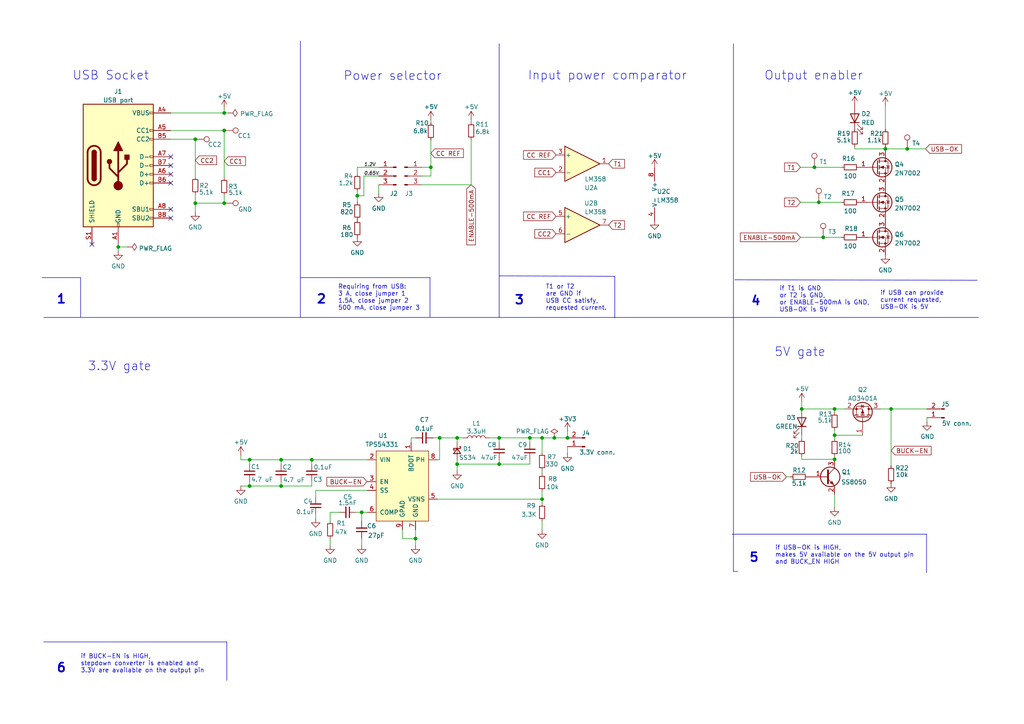
<source format=kicad_sch>
(kicad_sch (version 20231120) (generator "eeschema") (generator_version "8.0")
  (paper "A4")
  (lib_symbols
    (symbol "000_Libreria_personale:TPS54331" (pin_names (offset 1.016))
      (property "Reference" "U" (at -5.08 13.97 0))
      (property "Value" "TPS54331" (at -5.08 11.43 0))
      (symbol "TPS54331_0_1"
        (rectangle (start 7.62 10.16) (end -7.62 -10.16) (fill (type background)))
        (rectangle (start 8.89 -11.43) (end 8.89 -11.43))
      )
      (symbol "TPS54331_1_1"
        (pin output line (at 2.54 12.7 270) (length 2.54) (name "BOOT") (number "1"))
        (pin power_in line (at -10.16 7.62 0) (length 2.54) (name "VIN") (number "2"))
        (pin power_in line (at -10.16 1.27 0) (length 2.54) (name "EN") (number "3"))
        (pin input line (at -10.16 -1.27 0) (length 2.54) (name "SS") (number "4"))
        (pin input line (at 10.16 -3.81 180) (length 2.54) (name "VSNS") (number "5"))
        (pin input line (at -10.16 -7.62 0) (length 2.54) (name "COMP") (number "6"))
        (pin power_in line (at 3.81 -12.7 90) (length 2.54) (name "GND") (number "7"))
        (pin output line (at 10.16 7.62 180) (length 2.54) (name "PH") (number "8"))
        (pin power_in line (at 0 -12.7 90) (length 2.54) (name "GPAD") (number "9"))
      )
    )
    (symbol "Amplifier_Operational:LM358" (pin_names (offset 0.127))
      (property "Reference" "U" (at 0 5.08 0))
      (property "Value" "LM358" (at 0 -5.08 0))
      (symbol "LM358_1_1"
        (polyline (pts (xy -5.08 5.08) (xy 5.08 0) (xy -5.08 -5.08) (xy -5.08 5.08)) (stroke (width 0.254)) (fill (type background)))
        (pin output line (at 7.62 0 180) (length 2.54) (name "~") (number "1"))
        (pin input line (at -7.62 -2.54 0) (length 2.54) (name "-") (number "2"))
        (pin input line (at -7.62 2.54 0) (length 2.54) (name "+") (number "3"))
      )
      (symbol "LM358_2_1"
        (polyline (pts (xy -5.08 5.08) (xy 5.08 0) (xy -5.08 -5.08) (xy -5.08 5.08)) (stroke (width 0.254)) (fill (type background)))
        (pin input line (at -7.62 2.54 0) (length 2.54) (name "+") (number "5"))
        (pin input line (at -7.62 -2.54 0) (length 2.54) (name "-") (number "6"))
        (pin output line (at 7.62 0 180) (length 2.54) (name "~") (number "7"))
      )
      (symbol "LM358_3_1"
        (pin power_in line (at -2.54 -7.62 90) (length 3.81) (name "V-") (number "4"))
        (pin power_in line (at -2.54 7.62 270) (length 3.81) (name "V+") (number "8"))
      )
    )
    (symbol "Connector:Conn_01x02_Male" (pin_names (offset 1.016) hide)
      (property "Reference" "J" (at 0 2.54 0))
      (property "Value" "Conn_01x02_Male" (at 0 -5.08 0))
      (symbol "Conn_01x02_Male_1_1"
        (polyline (pts (xy 1.27 -2.54) (xy 0.8636 -2.54)) (stroke (width 0.1524)))
        (polyline (pts (xy 1.27 0) (xy 0.8636 0)) (stroke (width 0.1524)))
        (rectangle (start 0.8636 -2.413) (end 0 -2.667) (stroke (width 0.1524)) (fill (type outline)))
        (rectangle (start 0.8636 0.127) (end 0 -0.127) (stroke (width 0.1524)) (fill (type outline)))
        (pin passive line (at 5.08 0 180) (length 3.81) (name "Pin_1") (number "1"))
        (pin passive line (at 5.08 -2.54 180) (length 3.81) (name "Pin_2") (number "2"))
      )
    )
    (symbol "Connector:Conn_01x03_Male" (pin_names (offset 1.016) hide)
      (property "Reference" "J" (at 0 5.08 0))
      (property "Value" "Conn_01x03_Male" (at 0 -5.08 0))
      (symbol "Conn_01x03_Male_1_1"
        (polyline (pts (xy 1.27 -2.54) (xy 0.8636 -2.54)) (stroke (width 0.1524)))
        (polyline (pts (xy 1.27 0) (xy 0.8636 0)) (stroke (width 0.1524)))
        (polyline (pts (xy 1.27 2.54) (xy 0.8636 2.54)) (stroke (width 0.1524)))
        (rectangle (start 0.8636 -2.413) (end 0 -2.667) (stroke (width 0.1524)) (fill (type outline)))
        (rectangle (start 0.8636 0.127) (end 0 -0.127) (stroke (width 0.1524)) (fill (type outline)))
        (rectangle (start 0.8636 2.667) (end 0 2.413) (stroke (width 0.1524)) (fill (type outline)))
        (pin passive line (at 5.08 2.54 180) (length 3.81) (name "Pin_1") (number "1"))
        (pin passive line (at 5.08 0 180) (length 3.81) (name "Pin_2") (number "2"))
        (pin passive line (at 5.08 -2.54 180) (length 3.81) (name "Pin_3") (number "3"))
      )
    )
    (symbol "Connector:TestPoint" (pin_numbers hide) (pin_names (offset 0.762) hide)
      (property "Reference" "TP" (at 0 6.858 0))
      (property "Value" "TestPoint" (at 0 5.08 0))
      (symbol "TestPoint_0_1"
        (circle (center 0 3.302) (radius 0.762))
      )
      (symbol "TestPoint_1_1"
        (pin passive line (at 0 0 90) (length 2.54) (name "1") (number "1"))
      )
    )
    (symbol "Connector:USB_C_Receptacle_USB2.0" (pin_names (offset 1.016))
      (property "Reference" "J" (at -10.16 19.05 0))
      (property "Value" "USB_C_Receptacle_USB2.0" (at 19.05 19.05 0))
      (symbol "USB_C_Receptacle_USB2.0_0_0"
        (rectangle (start -0.254 -17.78) (end 0.254 -16.764))
        (rectangle (start 10.16 -14.986) (end 9.144 -15.494))
        (rectangle (start 10.16 -12.446) (end 9.144 -12.954))
        (rectangle (start 10.16 -4.826) (end 9.144 -5.334))
        (rectangle (start 10.16 -2.286) (end 9.144 -2.794))
        (rectangle (start 10.16 0.254) (end 9.144 -0.254))
        (rectangle (start 10.16 2.794) (end 9.144 2.286))
        (rectangle (start 10.16 7.874) (end 9.144 7.366))
        (rectangle (start 10.16 10.414) (end 9.144 9.906))
        (rectangle (start 10.16 15.494) (end 9.144 14.986))
      )
      (symbol "USB_C_Receptacle_USB2.0_0_1"
        (rectangle (start -10.16 17.78) (end 10.16 -17.78) (stroke (width 0.254)) (fill (type background)))
        (arc (start -8.89 -3.81) (mid -6.985 -5.7067) (end -5.08 -3.81) (stroke (width 0.508)))
        (arc (start -7.62 -3.81) (mid -6.985 -4.4423) (end -6.35 -3.81) (stroke (width 0.254)))
        (arc (start -7.62 -3.81) (mid -6.985 -4.4423) (end -6.35 -3.81) (stroke (width 0.254)) (fill (type outline)))
        (rectangle (start -7.62 -3.81) (end -6.35 3.81) (stroke (width 0.254)) (fill (type outline)))
        (arc (start -6.35 3.81) (mid -6.985 4.4423) (end -7.62 3.81) (stroke (width 0.254)))
        (arc (start -6.35 3.81) (mid -6.985 4.4423) (end -7.62 3.81) (stroke (width 0.254)) (fill (type outline)))
        (arc (start -5.08 3.81) (mid -6.985 5.7067) (end -8.89 3.81) (stroke (width 0.508)))
        (circle (center -2.54 1.143) (radius 0.635) (stroke (width 0.254)) (fill (type outline)))
        (circle (center 0 -5.842) (radius 1.27) (fill (type outline)))
        (polyline (pts (xy -8.89 -3.81) (xy -8.89 3.81)) (stroke (width 0.508)))
        (polyline (pts (xy -5.08 3.81) (xy -5.08 -3.81)) (stroke (width 0.508)))
        (polyline (pts (xy 0 -5.842) (xy 0 4.318)) (stroke (width 0.508)))
        (polyline (pts (xy 0 -3.302) (xy -2.54 -0.762) (xy -2.54 0.508)) (stroke (width 0.508)))
        (polyline (pts (xy 0 -2.032) (xy 2.54 0.508) (xy 2.54 1.778)) (stroke (width 0.508)))
        (polyline (pts (xy -1.27 4.318) (xy 0 6.858) (xy 1.27 4.318) (xy -1.27 4.318)) (stroke (width 0.254)) (fill (type outline)))
        (rectangle (start 1.905 1.778) (end 3.175 3.048) (stroke (width 0.254)) (fill (type outline)))
      )
      (symbol "USB_C_Receptacle_USB2.0_1_1"
        (pin passive line (at 0 -22.86 90) (length 5.08) (name "GND") (number "A1"))
        (pin passive line (at 0 -22.86 90) (length 5.08) hide (name "GND") (number "A12"))
        (pin passive line (at 15.24 15.24 180) (length 5.08) (name "VBUS") (number "A4"))
        (pin bidirectional line (at 15.24 10.16 180) (length 5.08) (name "CC1") (number "A5"))
        (pin bidirectional line (at 15.24 -2.54 180) (length 5.08) (name "D+") (number "A6"))
        (pin bidirectional line (at 15.24 2.54 180) (length 5.08) (name "D-") (number "A7"))
        (pin bidirectional line (at 15.24 -12.7 180) (length 5.08) (name "SBU1") (number "A8"))
        (pin passive line (at 15.24 15.24 180) (length 5.08) hide (name "VBUS") (number "A9"))
        (pin passive line (at 0 -22.86 90) (length 5.08) hide (name "GND") (number "B1"))
        (pin passive line (at 0 -22.86 90) (length 5.08) hide (name "GND") (number "B12"))
        (pin passive line (at 15.24 15.24 180) (length 5.08) hide (name "VBUS") (number "B4"))
        (pin bidirectional line (at 15.24 7.62 180) (length 5.08) (name "CC2") (number "B5"))
        (pin bidirectional line (at 15.24 -5.08 180) (length 5.08) (name "D+") (number "B6"))
        (pin bidirectional line (at 15.24 0 180) (length 5.08) (name "D-") (number "B7"))
        (pin bidirectional line (at 15.24 -15.24 180) (length 5.08) (name "SBU2") (number "B8"))
        (pin passive line (at 15.24 15.24 180) (length 5.08) hide (name "VBUS") (number "B9"))
        (pin passive line (at -7.62 -22.86 90) (length 5.08) (name "SHIELD") (number "S1"))
      )
    )
    (symbol "Device:C_Small" (pin_numbers hide) (pin_names (offset 0.254) hide)
      (property "Reference" "C" (at 0.254 1.778 0))
      (property "Value" "C_Small" (at 0.254 -2.032 0))
      (symbol "C_Small_0_1"
        (polyline (pts (xy -1.524 -0.508) (xy 1.524 -0.508)) (stroke (width 0.3302)))
        (polyline (pts (xy -1.524 0.508) (xy 1.524 0.508)) (stroke (width 0.3048)))
      )
      (symbol "C_Small_1_1"
        (pin passive line (at 0 2.54 270) (length 2.032) (name "~") (number "1"))
        (pin passive line (at 0 -2.54 90) (length 2.032) (name "~") (number "2"))
      )
    )
    (symbol "Device:D_Schottky_Small" (pin_numbers hide) (pin_names (offset 0.254) hide)
      (property "Reference" "D" (at -1.27 2.032 0))
      (property "Value" "D_Schottky_Small" (at -7.112 -2.032 0))
      (symbol "D_Schottky_Small_0_1"
        (polyline (pts (xy -0.762 0) (xy 0.762 0)))
        (polyline (pts (xy 0.762 -1.016) (xy -0.762 0) (xy 0.762 1.016) (xy 0.762 -1.016)) (stroke (width 0.254)))
        (polyline (pts (xy -1.27 0.762) (xy -1.27 1.016) (xy -0.762 1.016) (xy -0.762 -1.016) (xy -0.254 -1.016) (xy -0.254 -0.762)) (stroke (width 0.254)))
      )
      (symbol "D_Schottky_Small_1_1"
        (pin passive line (at -2.54 0 0) (length 1.778) (name "K") (number "1"))
        (pin passive line (at 2.54 0 180) (length 1.778) (name "A") (number "2"))
      )
    )
    (symbol "Device:L" (pin_numbers hide) (pin_names (offset 1.016) hide)
      (property "Reference" "L" (at -1.27 0 90))
      (property "Value" "L" (at 1.905 0 90))
      (symbol "L_0_1"
        (arc (start 0 -2.54) (mid 0.6323 -1.905) (end 0 -1.27))
        (arc (start 0 -1.27) (mid 0.6323 -0.635) (end 0 0))
        (arc (start 0 0) (mid 0.6323 0.635) (end 0 1.27))
        (arc (start 0 1.27) (mid 0.6323 1.905) (end 0 2.54))
      )
      (symbol "L_1_1"
        (pin passive line (at 0 3.81 270) (length 1.27) (name "1") (number "1"))
        (pin passive line (at 0 -3.81 90) (length 1.27) (name "2") (number "2"))
      )
    )
    (symbol "Device:LED" (pin_numbers hide) (pin_names (offset 1.016) hide)
      (property "Reference" "D" (at 0 2.54 0))
      (property "Value" "LED" (at 0 -2.54 0))
      (symbol "LED_0_1"
        (polyline (pts (xy -1.27 -1.27) (xy -1.27 1.27)) (stroke (width 0.254)))
        (polyline (pts (xy -1.27 0) (xy 1.27 0)))
        (polyline (pts (xy 1.27 -1.27) (xy 1.27 1.27) (xy -1.27 0) (xy 1.27 -1.27)) (stroke (width 0.254)))
        (polyline (pts (xy -3.048 -0.762) (xy -4.572 -2.286) (xy -3.81 -2.286) (xy -4.572 -2.286) (xy -4.572 -1.524)))
        (polyline (pts (xy -1.778 -0.762) (xy -3.302 -2.286) (xy -2.54 -2.286) (xy -3.302 -2.286) (xy -3.302 -1.524)))
      )
      (symbol "LED_1_1"
        (pin passive line (at -3.81 0 0) (length 2.54) (name "K") (number "1"))
        (pin passive line (at 3.81 0 180) (length 2.54) (name "A") (number "2"))
      )
    )
    (symbol "Device:Q_NPN_BEC" (pin_names (offset 0) hide)
      (property "Reference" "Q" (at 5.08 1.27 0))
      (property "Value" "Q_NPN_BEC" (at 5.08 -1.27 0))
      (symbol "Q_NPN_BEC_0_1"
        (polyline (pts (xy 0.635 0.635) (xy 2.54 2.54)))
        (polyline (pts (xy 0.635 -0.635) (xy 2.54 -2.54) (xy 2.54 -2.54)))
        (polyline (pts (xy 0.635 1.905) (xy 0.635 -1.905) (xy 0.635 -1.905)) (stroke (width 0.508)))
        (polyline (pts (xy 1.27 -1.778) (xy 1.778 -1.27) (xy 2.286 -2.286) (xy 1.27 -1.778) (xy 1.27 -1.778)) (fill (type outline)))
        (circle (center 1.27 0) (radius 2.8194) (stroke (width 0.254)))
      )
      (symbol "Q_NPN_BEC_1_1"
        (pin input line (at -5.08 0 0) (length 5.715) (name "B") (number "1"))
        (pin passive line (at 2.54 -5.08 90) (length 2.54) (name "E") (number "2"))
        (pin passive line (at 2.54 5.08 270) (length 2.54) (name "C") (number "3"))
      )
    )
    (symbol "Device:R_Small" (pin_numbers hide) (pin_names (offset 0.254) hide)
      (property "Reference" "R" (at 0.762 0.508 0))
      (property "Value" "R_Small" (at 0.762 -1.016 0))
      (symbol "R_Small_0_1"
        (rectangle (start -0.762 1.778) (end 0.762 -1.778) (stroke (width 0.2032)))
      )
      (symbol "R_Small_1_1"
        (pin passive line (at 0 2.54 270) (length 0.762) (name "~") (number "1"))
        (pin passive line (at 0 -2.54 90) (length 0.762) (name "~") (number "2"))
      )
    )
    (symbol "Transistor_FET:AO3400A" (pin_names hide)
      (property "Reference" "Q" (at 5.08 1.905 0))
      (property "Value" "AO3400A" (at 5.08 0 0))
      (symbol "AO3400A_0_1"
        (polyline (pts (xy 0.254 0) (xy -2.54 0)))
        (polyline (pts (xy 0.254 1.905) (xy 0.254 -1.905)) (stroke (width 0.254)))
        (polyline (pts (xy 0.762 -1.27) (xy 0.762 -2.286)) (stroke (width 0.254)))
        (polyline (pts (xy 0.762 0.508) (xy 0.762 -0.508)) (stroke (width 0.254)))
        (polyline (pts (xy 0.762 2.286) (xy 0.762 1.27)) (stroke (width 0.254)))
        (polyline (pts (xy 2.54 2.54) (xy 2.54 1.778)))
        (polyline (pts (xy 2.54 -2.54) (xy 2.54 0) (xy 0.762 0)))
        (polyline (pts (xy 0.762 -1.778) (xy 3.302 -1.778) (xy 3.302 1.778) (xy 0.762 1.778)))
        (polyline (pts (xy 1.016 0) (xy 2.032 0.381) (xy 2.032 -0.381) (xy 1.016 0)) (fill (type outline)))
        (polyline (pts (xy 2.794 0.508) (xy 2.921 0.381) (xy 3.683 0.381) (xy 3.81 0.254)))
        (polyline (pts (xy 3.302 0.381) (xy 2.921 -0.254) (xy 3.683 -0.254) (xy 3.302 0.381)))
        (circle (center 1.651 0) (radius 2.794) (stroke (width 0.254)))
        (circle (center 2.54 -1.778) (radius 0.254) (fill (type outline)))
        (circle (center 2.54 1.778) (radius 0.254) (fill (type outline)))
      )
      (symbol "AO3400A_1_1"
        (pin input line (at -5.08 0 0) (length 2.54) (name "G") (number "1"))
        (pin passive line (at 2.54 -5.08 90) (length 2.54) (name "S") (number "2"))
        (pin passive line (at 2.54 5.08 270) (length 2.54) (name "D") (number "3"))
      )
    )
    (symbol "Transistor_FET:AO3401A" (pin_names hide)
      (property "Reference" "Q" (at 5.08 1.905 0))
      (property "Value" "AO3401A" (at 5.08 0 0))
      (symbol "AO3401A_0_1"
        (polyline (pts (xy 0.254 0) (xy -2.54 0)))
        (polyline (pts (xy 0.254 1.905) (xy 0.254 -1.905)) (stroke (width 0.254)))
        (polyline (pts (xy 0.762 -1.27) (xy 0.762 -2.286)) (stroke (width 0.254)))
        (polyline (pts (xy 0.762 0.508) (xy 0.762 -0.508)) (stroke (width 0.254)))
        (polyline (pts (xy 0.762 2.286) (xy 0.762 1.27)) (stroke (width 0.254)))
        (polyline (pts (xy 2.54 2.54) (xy 2.54 1.778)))
        (polyline (pts (xy 2.54 -2.54) (xy 2.54 0) (xy 0.762 0)))
        (polyline (pts (xy 0.762 1.778) (xy 3.302 1.778) (xy 3.302 -1.778) (xy 0.762 -1.778)))
        (polyline (pts (xy 2.286 0) (xy 1.27 0.381) (xy 1.27 -0.381) (xy 2.286 0)) (fill (type outline)))
        (polyline (pts (xy 2.794 -0.508) (xy 2.921 -0.381) (xy 3.683 -0.381) (xy 3.81 -0.254)))
        (polyline (pts (xy 3.302 -0.381) (xy 2.921 0.254) (xy 3.683 0.254) (xy 3.302 -0.381)))
        (circle (center 1.651 0) (radius 2.794) (stroke (width 0.254)))
        (circle (center 2.54 -1.778) (radius 0.254) (fill (type outline)))
        (circle (center 2.54 1.778) (radius 0.254) (fill (type outline)))
      )
      (symbol "AO3401A_1_1"
        (pin input line (at -5.08 0 0) (length 2.54) (name "G") (number "1"))
        (pin passive line (at 2.54 -5.08 90) (length 2.54) (name "S") (number "2"))
        (pin passive line (at 2.54 5.08 270) (length 2.54) (name "D") (number "3"))
      )
    )
    (symbol "power:+3V3" (power) (pin_names (offset 0))
      (property "Value" "+3V3" (at 0 3.556 0))
      (symbol "+3V3_0_1"
        (polyline (pts (xy -0.762 1.27) (xy 0 2.54)))
        (polyline (pts (xy 0 0) (xy 0 2.54)))
        (polyline (pts (xy 0 2.54) (xy 0.762 1.27)))
      )
      (symbol "+3V3_1_1"
        (pin power_in line (at 0 0 90) (length 0) hide (name "+3V3") (number "1"))
      )
    )
    (symbol "power:+5V" (power) (pin_names (offset 0))
      (property "Value" "+5V" (at 0 3.556 0))
      (symbol "+5V_0_1"
        (polyline (pts (xy -0.762 1.27) (xy 0 2.54)))
        (polyline (pts (xy 0 0) (xy 0 2.54)))
        (polyline (pts (xy 0 2.54) (xy 0.762 1.27)))
      )
      (symbol "+5V_1_1"
        (pin power_in line (at 0 0 90) (length 0) hide (name "+5V") (number "1"))
      )
    )
    (symbol "power:GND" (power) (pin_names (offset 0))
      (property "Value" "GND" (at 0 -3.81 0))
      (symbol "GND_0_1"
        (polyline (pts (xy 0 0) (xy 0 -1.27) (xy 1.27 -1.27) (xy 0 -2.54) (xy -1.27 -1.27) (xy 0 -1.27)))
      )
      (symbol "GND_1_1"
        (pin power_in line (at 0 0 270) (length 0) hide (name "GND") (number "1"))
      )
    )
    (symbol "power:PWR_FLAG" (power) (pin_numbers hide) (pin_names (offset 0) hide)
      (property "Value" "PWR_FLAG" (at 0 3.81 0))
      (symbol "PWR_FLAG_0_0"
        (pin power_out line (at 0 0 90) (length 0) (name "pwr") (number "1"))
      )
      (symbol "PWR_FLAG_0_1"
        (polyline (pts (xy 0 0) (xy 0 1.27) (xy -1.016 1.905) (xy 0 2.54) (xy 1.016 1.905) (xy 0 1.27)))
      )
    )
  )
  (junction (at 258.445 118.618))
  (junction (at 65.024 58.928))
  (junction (at 164.592 127))
  (junction (at 132.588 134.62))
  (junction (at 157.226 144.78))
  (junction (at 242.062 118.618))
  (junction (at 127.508 127))
  (junction (at 144.78 127))
  (junction (at 256.794 43.18))
  (junction (at 56.642 40.386))
  (junction (at 124.968 48.514))
  (junction (at 242.062 126.238))
  (junction (at 157.226 127))
  (junction (at 65.024 37.846))
  (junction (at 72.39 140.97))
  (junction (at 232.537 118.618))
  (junction (at 72.39 133.35))
  (junction (at 90.424 133.35))
  (junction (at 104.902 148.59))
  (junction (at 34.29 71.628))
  (junction (at 242.062 133.223))
  (junction (at 65.024 32.766))
  (junction (at 132.588 127))
  (junction (at 144.78 134.62))
  (junction (at 153.67 127))
  (junction (at 120.523 156.21))
  (junction (at 81.534 133.35))
  (junction (at 56.642 58.928))
  (junction (at 238.76 68.834))
  (junction (at 160.782 127))
  (junction (at 237.49 58.674))
  (junction (at 81.534 140.97))
  (junction (at 103.632 56.769))
  (junction (at 263.144 43.18))
  (junction (at 236.22 48.514))
  (no_connect (at 49.53 63.246))
  (no_connect (at 49.53 50.546))
  (no_connect (at 49.53 53.086))
  (no_connect (at 49.53 60.706))
  (no_connect (at 49.53 45.466))
  (no_connect (at 49.53 48.006))
  (no_connect (at 26.67 70.866))
  (wire (pts (xy 124.968 34.798) (xy 124.968 35.56)))
  (wire (pts (xy 157.226 131.318) (xy 157.226 127)))
  (wire (pts (xy 127.508 127) (xy 127.508 133.35)))
  (wire (pts (xy 232.537 118.618) (xy 232.537 116.586)))
  (wire (pts (xy 103.632 56.769) (xy 103.632 58.674)))
  (polyline (pts (xy 144.78 12.7) (xy 144.78 92.075)))
  (wire (pts (xy 72.39 134.62) (xy 72.39 133.35)))
  (wire (pts (xy 122.428 48.514) (xy 124.968 48.514)))
  (polyline (pts (xy 87.122 80.518) (xy 124.714 80.518)))
  (wire (pts (xy 126.873 133.35) (xy 127.508 133.35)))
  (wire (pts (xy 103.632 48.514) (xy 109.855 48.514)))
  (wire (pts (xy 247.904 43.18) (xy 256.794 43.18)))
  (wire (pts (xy 164.592 127) (xy 164.592 125.095)))
  (wire (pts (xy 103.632 55.499) (xy 103.632 56.769)))
  (wire (pts (xy 232.537 118.618) (xy 242.062 118.618)))
  (wire (pts (xy 160.782 127) (xy 164.592 127)))
  (wire (pts (xy 109.855 51.054) (xy 105.537 51.054)))
  (wire (pts (xy 232.537 133.223) (xy 242.062 133.223)))
  (wire (pts (xy 232.156 58.674) (xy 237.49 58.674)))
  (wire (pts (xy 144.78 127) (xy 153.67 127)))
  (wire (pts (xy 81.534 140.97) (xy 90.424 140.97)))
  (wire (pts (xy 72.39 140.97) (xy 81.534 140.97)))
  (wire (pts (xy 125.603 127) (xy 127.508 127)))
  (wire (pts (xy 232.156 48.514) (xy 236.22 48.514)))
  (wire (pts (xy 164.592 131.445) (xy 164.592 129.54)))
  (wire (pts (xy 255.27 118.618) (xy 258.445 118.618)))
  (wire (pts (xy 69.85 132.08) (xy 69.85 133.35)))
  (wire (pts (xy 242.062 143.383) (xy 242.0585 147.1184)))
  (wire (pts (xy 256.794 42.545) (xy 256.794 43.18)))
  (wire (pts (xy 116.713 156.21) (xy 120.523 156.21)))
  (wire (pts (xy 109.855 56.007) (xy 109.855 53.594)))
  (wire (pts (xy 237.49 58.674) (xy 244.094 58.674)))
  (wire (pts (xy 103.378 148.59) (xy 104.902 148.59)))
  (wire (pts (xy 144.78 127) (xy 144.78 128.27)))
  (wire (pts (xy 95.758 151.13) (xy 95.758 148.59)))
  (wire (pts (xy 104.902 148.59) (xy 106.553 148.59)))
  (wire (pts (xy 232.156 68.834) (xy 238.76 68.834)))
  (wire (pts (xy 124.968 40.64) (xy 124.968 48.514)))
  (wire (pts (xy 90.424 140.97) (xy 90.424 139.7)))
  (wire (pts (xy 141.986 127) (xy 144.78 127)))
  (wire (pts (xy 81.534 133.35) (xy 90.424 133.35)))
  (wire (pts (xy 56.642 51.308) (xy 56.642 40.386)))
  (polyline (pts (xy 212.725 165.735) (xy 213.995 165.735)))
  (wire (pts (xy 242.062 126.238) (xy 242.062 127.254)))
  (wire (pts (xy 157.226 151.13) (xy 157.226 153.67)))
  (wire (pts (xy 242.062 119.634) (xy 242.062 118.618)))
  (wire (pts (xy 157.226 127) (xy 160.782 127)))
  (polyline (pts (xy 87.122 11.938) (xy 87.122 91.948)))
  (wire (pts (xy 90.424 133.35) (xy 106.553 133.35)))
  (wire (pts (xy 232.537 132.334) (xy 232.537 133.223)))
  (wire (pts (xy 37.084 71.628) (xy 34.29 71.628)))
  (wire (pts (xy 242.062 132.334) (xy 242.062 133.223)))
  (polyline (pts (xy 12.192 80.518) (xy 23.368 80.518)))
  (wire (pts (xy 242.062 126.238) (xy 242.062 124.714)))
  (polyline (pts (xy 212.725 92.075) (xy 212.725 165.735)))
  (wire (pts (xy 56.642 58.928) (xy 65.024 58.928)))
  (wire (pts (xy 132.588 127) (xy 134.366 127)))
  (wire (pts (xy 95.758 148.59) (xy 98.298 148.59)))
  (wire (pts (xy 72.39 133.35) (xy 81.534 133.35)))
  (wire (pts (xy 236.22 48.514) (xy 244.094 48.514)))
  (wire (pts (xy 103.632 56.769) (xy 105.537 56.769)))
  (wire (pts (xy 136.652 34.798) (xy 136.652 35.433)))
  (wire (pts (xy 124.968 48.514) (xy 124.968 51.054)))
  (wire (pts (xy 256.794 43.18) (xy 256.794 43.434)))
  (wire (pts (xy 256.794 43.18) (xy 263.144 43.18)))
  (wire (pts (xy 116.713 153.67) (xy 116.713 156.21)))
  (wire (pts (xy 268.859 121.158) (xy 268.859 122.301)))
  (wire (pts (xy 120.523 156.21) (xy 120.523 158.115)))
  (wire (pts (xy 153.67 133.35) (xy 153.67 134.62)))
  (wire (pts (xy 65.024 37.846) (xy 65.024 51.562)))
  (polyline (pts (xy 178.308 80.137) (xy 178.308 92.202)))
  (wire (pts (xy 132.588 136.525) (xy 132.588 134.62)))
  (wire (pts (xy 56.642 56.388) (xy 56.642 58.928)))
  (polyline (pts (xy 65.786 186.182) (xy 65.786 197.358)))
  (wire (pts (xy 228.092 138.303) (xy 229.235 138.303)))
  (wire (pts (xy 65.024 58.928) (xy 65.024 56.642)))
  (wire (pts (xy 91.567 149.225) (xy 91.567 150.368)))
  (wire (pts (xy 120.523 156.21) (xy 120.523 153.67)))
  (wire (pts (xy 106.426 139.7) (xy 106.553 139.7)))
  (wire (pts (xy 250.19 126.238) (xy 242.062 126.238)))
  (wire (pts (xy 136.652 40.513) (xy 136.652 53.594)))
  (wire (pts (xy 157.226 144.78) (xy 157.226 146.05)))
  (wire (pts (xy 126.873 144.78) (xy 157.226 144.78)))
  (wire (pts (xy 232.537 126.238) (xy 232.537 127.254)))
  (wire (pts (xy 238.76 68.834) (xy 244.094 68.834)))
  (polyline (pts (xy 12.7 92.075) (xy 283.845 92.075)))
  (wire (pts (xy 34.29 70.866) (xy 34.29 71.628)))
  (wire (pts (xy 258.445 118.618) (xy 268.859 118.618)))
  (wire (pts (xy 91.567 142.24) (xy 106.553 142.24)))
  (wire (pts (xy 105.537 51.054) (xy 105.537 56.769)))
  (wire (pts (xy 69.85 133.35) (xy 72.39 133.35)))
  (wire (pts (xy 157.226 142.494) (xy 157.226 144.78)))
  (polyline (pts (xy 268.732 154.94) (xy 268.732 166.116)))
  (wire (pts (xy 122.428 51.054) (xy 124.968 51.054)))
  (wire (pts (xy 65.024 31.496) (xy 65.024 32.766)))
  (wire (pts (xy 49.53 32.766) (xy 65.024 32.766)))
  (wire (pts (xy 104.902 156.21) (xy 104.902 158.115)))
  (polyline (pts (xy 124.714 80.518) (xy 124.714 91.948)))
  (wire (pts (xy 132.588 134.62) (xy 132.588 133.35)))
  (wire (pts (xy 122.428 53.594) (xy 136.652 53.594)))
  (wire (pts (xy 256.794 37.465) (xy 256.794 30.734)))
  (wire (pts (xy 66.294 32.766) (xy 65.024 32.766)))
  (polyline (pts (xy 212.725 12.7) (xy 212.725 92.075)))
  (polyline (pts (xy 23.368 80.518) (xy 23.368 91.948)))
  (wire (pts (xy 234.442 138.303) (xy 234.315 138.303)))
  (polyline (pts (xy 212.344 154.94) (xy 268.732 154.94)))
  (wire (pts (xy 242.062 118.618) (xy 245.11 118.618)))
  (wire (pts (xy 49.53 37.846) (xy 65.024 37.846)))
  (wire (pts (xy 247.904 42.545) (xy 247.904 43.18)))
  (wire (pts (xy 104.902 148.59) (xy 104.902 151.13)))
  (wire (pts (xy 144.78 134.62) (xy 132.588 134.62)))
  (polyline (pts (xy 213.106 81.153) (xy 283.464 81.28)))
  (wire (pts (xy 258.445 135.128) (xy 258.445 118.618)))
  (wire (pts (xy 95.758 156.21) (xy 95.758 158.115)))
  (wire (pts (xy 263.144 43.18) (xy 268.478 43.18)))
  (wire (pts (xy 81.534 140.97) (xy 81.534 139.7)))
  (wire (pts (xy 153.67 127) (xy 157.226 127)))
  (wire (pts (xy 56.642 61.468) (xy 56.642 58.928)))
  (wire (pts (xy 144.78 133.35) (xy 144.78 134.62)))
  (wire (pts (xy 119.253 127) (xy 120.523 127)))
  (wire (pts (xy 69.85 140.97) (xy 72.39 140.97)))
  (wire (pts (xy 72.39 139.7) (xy 72.39 140.97)))
  (wire (pts (xy 153.67 127) (xy 153.67 128.27)))
  (wire (pts (xy 103.632 48.514) (xy 103.632 50.419)))
  (wire (pts (xy 157.226 136.398) (xy 157.226 137.414)))
  (wire (pts (xy 81.534 134.62) (xy 81.534 133.35)))
  (wire (pts (xy 153.67 134.62) (xy 144.78 134.62)))
  (wire (pts (xy 90.424 134.62) (xy 90.424 133.35)))
  (polyline (pts (xy 144.78 80.01) (xy 178.308 80.137)))
  (wire (pts (xy 49.53 40.386) (xy 56.642 40.386)))
  (wire (pts (xy 132.588 127) (xy 132.588 128.27)))
  (polyline (pts (xy 12.7 186.182) (xy 65.786 186.182)))
  (wire (pts (xy 34.29 71.628) (xy 34.29 72.771)))
  (wire (pts (xy 247.904 37.465) (xy 247.904 38.1)))
  (wire (pts (xy 91.567 144.145) (xy 91.567 142.24)))
  (wire (pts (xy 119.253 128.27) (xy 119.253 127)))
  (wire (pts (xy 127.508 127) (xy 132.588 127)))
  (text "Input power comparator" (at 153.035 23.495 0) (effects (font (size 2.54 2.54)) (justify left bottom)))
  (text "4" (at 217.678 88.9 0) (effects (font (size 2.54 2.54) (thickness 0.508) (bold yes)) (justify left bottom)))
  (text "if BUCK-EN is HIGH,\nstepdown converter is enabled and \n3.3V are available on the output pin" (at 23.368 195.326 0) (effects (font (size 1.27 1.27)) (justify left bottom)))
  (text "if USB-OK is HIGH,\nmakes 5V available on the 5V output pin\nand BUCK_EN HIGH" (at 224.79 163.83 0) (effects (font (size 1.27 1.27)) (justify left bottom)))
  (text "USB Socket\n" (at 20.955 23.495 0) (effects (font (size 2.54 2.54)) (justify left bottom)))
  (text "2" (at 91.694 88.392 0) (effects (font (size 2.54 2.54) (thickness 0.508) (bold yes)) (justify left bottom)))
  (text "Output enabler" (at 221.615 23.495 0) (effects (font (size 2.54 2.54)) (justify left bottom)))
  (text "if USB can provide\ncurrent requested,\nUSB-OK is 5V" (at 255.27 89.916 0) (effects (font (size 1.27 1.27)) (justify left bottom)))
  (text "5" (at 217.17 163.322 0) (effects (font (size 2.54 2.54) (thickness 0.508) (bold yes)) (justify left bottom)))
  (text "if T1 is GND \nor T2 is GND, \nor ENABLE-500mA is GND,\nUSB-OK is 5V" (at 226.06 90.678 0) (effects (font (size 1.27 1.27)) (justify left bottom)))
  (text "T1 or T2 \nare GND if \nUSB CC satisfy, \nrequested current." (at 158.242 90.17 0) (effects (font (size 1.27 1.27)) (justify left bottom)))
  (text "Power selector\n" (at 99.568 23.622 0) (effects (font (size 2.54 2.54)) (justify left bottom)))
  (text "1" (at 16.256 88.392 0) (effects (font (size 2.54 2.54) (thickness 0.508) (bold yes)) (justify left bottom)))
  (text "Requiring from USB:\n3 A, close jumper 1\n1.5A, close jumper 2\n500 mA, close jumper 3\n" (at 98.044 90.17 0) (effects (font (size 1.27 1.27)) (justify left bottom)))
  (text "5V gate" (at 224.5614 103.6828 0) (effects (font (size 2.54 2.54)) (justify left bottom)))
  (text "3" (at 149.098 88.646 0) (effects (font (size 2.54 2.54) (thickness 0.508) (bold yes)) (justify left bottom)))
  (text "3.3V gate" (at 25.4 107.823 0) (effects (font (size 2.54 2.54)) (justify left bottom)))
  (text "6" (at 16.256 195.326 0) (effects (font (size 2.54 2.54) (thickness 0.508) (bold yes)) (justify left bottom)))
  (label "1.2V" (at 105.537 48.514 0) (effects (font (size 1 1) (italic yes))))
  (label "0.65V" (at 105.537 51.054 0) (effects (font (size 1 1) (italic yes))))
  (global_label "BUCK-EN" (shape input) (at 258.445 130.683 0) (property "Intersheetrefs" "${INTERSHEET_REFS}" (at 270.0505 130.6036 0) (effects (justify left))))
  (global_label "CC REF" (shape input) (at 161.29 44.958 180) (property "Intersheetrefs" "${INTERSHEET_REFS}" (at 151.8617 45.0374 0) (effects (justify right))))
  (global_label "CC2" (shape input) (at 56.642 46.482 0) (property "Intersheetrefs" "${INTERSHEET_REFS}" (at 62.8046 46.4026 0) (effects (justify left))))
  (global_label "CC REF" (shape input) (at 124.968 44.45 0) (property "Intersheetrefs" "${INTERSHEET_REFS}" (at 137.4443 44.3706 0) (effects (justify left))))
  (global_label "ENABLE-500mA" (shape input) (at 232.156 68.834 180) (property "Intersheetrefs" "${INTERSHEET_REFS}" (at 214.7448 68.7546 0) (effects (justify right))))
  (global_label "T1" (shape input) (at 176.53 47.498 0) (property "Intersheetrefs" "${INTERSHEET_REFS}" (at 181.1202 47.4186 0) (effects (justify left))))
  (global_label "T1" (shape input) (at 232.156 48.514 180) (property "Intersheetrefs" "${INTERSHEET_REFS}" (at 227.5658 48.4346 0) (effects (justify right))))
  (global_label "USB-OK" (shape input) (at 268.478 43.18 0) (property "Intersheetrefs" "${INTERSHEET_REFS}" (at 278.874 43.1006 0) (effects (justify left))))
  (global_label "CC1" (shape input) (at 161.29 50.038 180) (property "Intersheetrefs" "${INTERSHEET_REFS}" (at 155.1274 50.1174 0) (effects (justify right))))
  (global_label "T2" (shape input) (at 176.53 65.278 0) (property "Intersheetrefs" "${INTERSHEET_REFS}" (at 181.1202 65.1986 0) (effects (justify left))))
  (global_label "CC1" (shape input) (at 65.024 46.736 0) (property "Intersheetrefs" "${INTERSHEET_REFS}" (at 71.1866 46.6566 0) (effects (justify left))))
  (global_label "T2" (shape input) (at 232.156 58.674 180) (property "Intersheetrefs" "${INTERSHEET_REFS}" (at 227.5658 58.5946 0) (effects (justify right))))
  (global_label "CC2" (shape input) (at 161.29 67.818 180) (property "Intersheetrefs" "${INTERSHEET_REFS}" (at 155.1274 67.7386 0) (effects (justify right))))
  (global_label "USB-OK" (shape input) (at 228.092 138.303 180) (property "Intersheetrefs" "${INTERSHEET_REFS}" (at 217.696 138.2236 0) (effects (justify right))))
  (global_label "ENABLE-500mA" (shape input) (at 136.652 53.594 270) (property "Intersheetrefs" "${INTERSHEET_REFS}" (at 136.7314 71.0052 90) (effects (justify right))))
  (global_label "CC REF" (shape input) (at 161.29 62.738 180) (property "Intersheetrefs" "${INTERSHEET_REFS}" (at 151.8617 62.8174 0) (effects (justify right))))
  (global_label "BUCK-EN" (shape input) (at 106.426 139.7 180) (property "Intersheetrefs" "${INTERSHEET_REFS}" (at 94.8205 139.7794 0) (effects (justify right))))
  (symbol (lib_id "Device:R_Small") (at 157.226 148.59 180) (unit 1)
    (property "Reference" "R9" (at 154.051 146.685 0))
    (property "Value" "3.3K" (at 153.416 149.225 0))
    (property "Footprint" "Resistor_SMD:R_0603_1608Metric" (effects (hide yes)))
    (property "PartNo" "C22978" (effects (hide yes)))
  )
  (symbol (lib_id "Device:C_Small") (at 72.39 137.16 0) (unit 1)
    (property "Reference" "C1" (at 72.771 135.382 0) (effects (justify left)))
    (property "Value" "4.7 uF" (at 72.771 139.065 0) (effects (justify left)))
    (property "Footprint" "Capacitor_SMD:C_1206_3216Metric" (effects (hide yes)))
    (property "PartNo" "C29823" (effects (hide yes)))
  )
  (symbol (lib_id "000_Libreria_personale:TPS54331") (at 116.713 140.97 0) (unit 1)
    (property "Reference" "U1" (at 109.728 126.365 0) (effects (justify left)))
    (property "Value" "TPS54331" (at 105.918 128.905 0) (effects (justify left)))
    (property "Footprint" "Package_SO:TI_SO-PowerPAD-8_ThermalVias" (effects (hide yes)))
    (property "PartNo" "C9865" (effects (hide yes)))
  )
  (symbol (lib_id "power:+3V3") (at 164.592 125.095 0) (unit 1)
    (property "Reference" "#PWR014" (effects (hide yes)))
    (property "Value" "+3V3" (at 164.592 121.5192 0))
  )
  (symbol (lib_id "Device:R_Small") (at 256.794 40.005 0) (unit 1)
    (property "Reference" "R21" (at 254.254 38.735 0))
    (property "Value" "1.1k" (at 253.619 40.64 0))
    (property "Footprint" "Resistor_SMD:R_0603_1608Metric" (effects (hide yes)))
    (property "PartNo" "C22764" (effects (hide yes)))
  )
  (symbol (lib_id "power:GND") (at 120.523 158.115 0) (unit 1)
    (property "Reference" "#PWR09" (effects (hide yes)))
    (property "Value" "GND" (at 120.523 162.5584 0))
  )
  (symbol (lib_id "power:GND") (at 56.642 61.468 0) (unit 1)
    (property "Reference" "#PWR08" (effects (hide yes)))
    (property "Value" "GND" (at 56.642 65.9114 0))
  )
  (symbol (lib_id "power:GND") (at 34.29 72.771 0) (unit 1)
    (property "Reference" "#PWR03" (effects (hide yes)))
    (property "Value" "GND" (at 34.29 77.2144 0))
  )
  (symbol (lib_id "power:+5V") (at 232.537 116.586 0) (unit 1)
    (property "Reference" "#PWR018" (effects (hide yes)))
    (property "Value" "+5V" (at 232.537 112.776 0))
  )
  (symbol (lib_id "Transistor_FET:AO3400A") (at 254.254 58.674 0) (unit 1)
    (property "Reference" "Q5" (at 259.461 57.8393 0) (effects (justify left)))
    (property "Value" "2N7002" (at 259.461 60.3762 0) (effects (justify left)))
    (property "Footprint" "Package_TO_SOT_SMD:SOT-23" (effects (hide yes)))
    (property "PartNo" "C8545" (effects (hide yes)))
  )
  (symbol (lib_id "Device:R_Small") (at 246.634 68.834 90) (mirror x) (unit 1)
    (property "Reference" "R18" (at 246.888 66.294 90))
    (property "Value" "100" (at 246.634 71.374 90))
    (property "Footprint" "Resistor_SMD:R_0603_1608Metric" (effects (hide yes)))
    (property "PartNo" "C22775" (effects (hide yes)))
  )
  (symbol (lib_id "Device:C_Small") (at 144.78 130.81 0) (mirror x) (unit 1)
    (property "Reference" "C8" (at 144.018 129.032 0) (effects (justify right)))
    (property "Value" "47uF" (at 144.272 132.715 0) (effects (justify right)))
    (property "Footprint" "Capacitor_SMD:C_1206_3216Metric" (effects (hide yes)))
    (property "PartNo" "C96123" (effects (hide yes)))
  )
  (symbol (lib_id "Connector:USB_C_Receptacle_USB2.0") (at 34.29 48.006 0) (unit 1)
    (property "Reference" "J1" (at 34.29 26.5262 0))
    (property "Value" "USB port" (at 34.29 29.0631 0))
    (property "Footprint" "_My_Library:USB_C_Receptacle_XKB_U262-16XN-4BVC11" (effects (hide yes)))
    (property "Datasheet" "https://www.usb.org/sites/default/files/documents/usb_type-c.zip" (effects (hide yes)))
    (property "PartNo" "C319148" (effects (hide yes)))
  )
  (symbol (lib_id "Connector:Conn_01x02_Male") (at 273.939 121.158 180) (unit 1)
    (property "Reference" "J5" (at 274.193 117.221 0))
    (property "Value" "5V conn." (at 277.495 122.809 0))
    (property "Footprint" "Connector_PinHeader_2.54mm:PinHeader_1x02_P2.54mm_Vertical" (effects (hide yes)))
  )
  (symbol (lib_id "power:GND") (at 95.758 158.115 0) (unit 1)
    (property "Reference" "#PWR05" (effects (hide yes)))
    (property "Value" "GND" (at 95.758 162.5584 0))
  )
  (symbol (lib_id "Device:R_Small") (at 157.226 133.858 180) (unit 1)
    (property "Reference" "R7" (at 160.02 132.588 0))
    (property "Value" "330" (at 160.02 134.62 0))
    (property "Footprint" "Resistor_SMD:R_0603_1608Metric" (effects (hide yes)))
    (property "PartNo" "C23138" (effects (hide yes)))
  )
  (symbol (lib_id "power:+5V") (at 69.85 132.08 0) (unit 1)
    (property "Reference" "#PWR01" (effects (hide yes)))
    (property "Value" "+5V" (at 69.85 128.27 0))
  )
  (symbol (lib_id "Device:C_Small") (at 100.838 148.59 270) (unit 1)
    (property "Reference" "C5" (at 100.838 144.145 90))
    (property "Value" "1.5nF" (at 100.8316 145.865 90))
    (property "Footprint" "Capacitor_SMD:C_0603_1608Metric" (effects (hide yes)))
    (property "PartNo" "C1595" (effects (hide yes)))
  )
  (symbol (lib_id "Connector:TestPoint") (at 236.22 48.514 0) (unit 1)
    (property "Reference" "TP4" (effects (hide yes)))
    (property "Value" "T1" (at 237.617 46.9142 0) (effects (justify left)))
    (property "Footprint" "TestPoint:TestPoint_THTPad_D2.0mm_Drill1.0mm" (effects (hide yes)))
  )
  (symbol (lib_id "Device:R_Small") (at 124.968 38.1 180) (unit 1)
    (property "Reference" "R10" (at 122.428 35.687 0))
    (property "Value" "6.8k" (at 121.92 37.973 0))
    (property "Footprint" "Resistor_SMD:R_0603_1608Metric" (effects (hide yes)))
    (property "PartNo" "C23212" (effects (hide yes)))
  )
  (symbol (lib_id "Device:R_Small") (at 232.537 129.794 180) (unit 1)
    (property "Reference" "R20" (at 229.743 129.286 0))
    (property "Value" "2k" (at 230.378 130.937 0))
    (property "Footprint" "Resistor_SMD:R_0603_1608Metric" (effects (hide yes)))
    (property "PartNo" "C22975" (effects (hide yes)))
  )
  (symbol (lib_id "power:+5V") (at 65.024 31.496 0) (unit 1)
    (property "Reference" "#PWR06" (effects (hide yes)))
    (property "Value" "+5V" (at 65.024 27.9202 0))
  )
  (symbol (lib_id "Connector:Conn_01x03_Male") (at 117.348 51.054 0) (unit 1)
    (property "Reference" "J3" (at 118.618 56.134 0))
    (property "Value" "Selector" (effects (hide yes)))
    (property "Footprint" "Connector_PinHeader_2.54mm:PinHeader_1x03_P2.54mm_Vertical" (effects (hide yes)))
  )
  (symbol (lib_id "power:+5V") (at 124.968 34.798 0) (unit 1)
    (property "Reference" "#PWR016" (effects (hide yes)))
    (property "Value" "+5V" (at 124.968 30.988 0))
  )
  (symbol (lib_id "power:GND") (at 69.85 140.97 0) (unit 1)
    (property "Reference" "#PWR02" (effects (hide yes)))
    (property "Value" "GND" (at 69.85 145.4134 0))
  )
  (symbol (lib_id "power:+5V") (at 136.652 34.798 0) (unit 1)
    (property "Reference" "#PWR017" (effects (hide yes)))
    (property "Value" "+5V" (at 136.652 30.988 0))
  )
  (symbol (lib_id "Device:LED") (at 232.537 122.428 270) (mirror x) (unit 1)
    (property "Reference" "D3" (at 228.092 121.158 90) (effects (justify left)))
    (property "Value" "GREEN" (at 224.917 123.698 90) (effects (justify left)))
    (property "Footprint" "LED_SMD:LED_0603_1608Metric" (effects (hide yes)))
    (property "PartNo" "C72043" (effects (hide yes)))
  )
  (symbol (lib_id "Connector:TestPoint") (at 238.76 68.834 0) (unit 1)
    (property "Reference" "TP6" (effects (hide yes)))
    (property "Value" "T3" (at 240.157 67.2342 0) (effects (justify left)))
    (property "Footprint" "TestPoint:TestPoint_THTPad_D2.0mm_Drill1.0mm" (effects (hide yes)))
  )
  (symbol (lib_id "Device:R_Small") (at 103.632 61.214 180) (unit 1)
    (property "Reference" "R5" (at 100.584 59.436 0))
    (property "Value" "820" (at 100.584 61.468 0))
    (property "Footprint" "Resistor_SMD:R_0603_1608Metric" (effects (hide yes)))
    (property "PartNo" "C23253" (effects (hide yes)))
  )
  (symbol (lib_id "Device:Q_NPN_BEC") (at 239.522 138.303 0) (unit 1)
    (property "Reference" "Q1" (at 244.094 136.906 0) (effects (justify left)))
    (property "Value" "SS8050" (at 243.967 139.827 0) (effects (justify left)))
    (property "Footprint" "Package_TO_SOT_SMD:SOT-23" (effects (hide yes)))
    (property "PartNo" "C2150" (effects (hide yes)))
  )
  (symbol (lib_id "Amplifier_Operational:LM358") (at 192.405 56.388 0) (unit 3)
    (property "Reference" "U2" (at 190.5 55.5533 0) (effects (justify left)))
    (property "Value" "LM358" (at 190.5 58.0902 0) (effects (justify left)))
    (property "Footprint" "Package_SO:SOIC-8_3.9x4.9mm_P1.27mm" (effects (hide yes)))
    (property "Datasheet" "http://www.ti.com/lit/ds/symlink/lm2904-n.pdf" (effects (hide yes)))
    (property "PartNo" "C7950" (effects (hide yes)))
  )
  (symbol (lib_id "power:GND") (at 103.632 68.834 0) (unit 1)
    (property "Reference" "#PWR011" (effects (hide yes)))
    (property "Value" "GND" (at 103.632 73.2774 0))
  )
  (symbol (lib_id "Device:R_Small") (at 56.642 53.848 0) (mirror x) (unit 1)
    (property "Reference" "R2" (at 59.182 53.848 0))
    (property "Value" "5.1k" (at 59.817 55.753 0))
    (property "Footprint" "Resistor_SMD:R_0603_1608Metric" (effects (hide yes)))
    (property "PartNo" "C23186" (effects (hide yes)))
  )
  (symbol (lib_id "Amplifier_Operational:LM358") (at 168.91 47.498 0) (unit 1)
    (property "Reference" "U2" (at 171.45 54.483 0))
    (property "Value" "LM358" (at 172.72 51.943 0))
    (property "Footprint" "Package_SO:SOIC-8_3.9x4.9mm_P1.27mm" (effects (hide yes)))
    (property "Datasheet" "http://www.ti.com/lit/ds/symlink/lm2904-n.pdf" (effects (hide yes)))
    (property "PartNo" "C7950" (effects (hide yes)))
  )
  (symbol (lib_id "Device:R_Small") (at 246.634 58.674 90) (mirror x) (unit 1)
    (property "Reference" "R17" (at 245.999 56.134 90))
    (property "Value" "100" (at 246.634 61.214 90))
    (property "Footprint" "Resistor_SMD:R_0603_1608Metric" (effects (hide yes)))
    (property "PartNo" "C22775" (effects (hide yes)))
  )
  (symbol (lib_id "power:PWR_FLAG") (at 37.084 71.628 270) (unit 1)
    (property "Reference" "#FLG01" (effects (hide yes)))
    (property "Value" "PWR_FLAG" (at 40.259 72.0618 90) (effects (justify left)))
  )
  (symbol (lib_id "power:GND") (at 242.0585 147.1184 0) (mirror y) (unit 1)
    (property "Reference" "#PWR019" (effects (hide yes)))
    (property "Value" "GND" (at 242.0585 151.5618 0))
  )
  (symbol (lib_id "Transistor_FET:AO3401A") (at 250.19 121.158 270) (mirror x) (unit 1)
    (property "Reference" "Q2" (at 250.19 113.0132 90))
    (property "Value" "AO3401A" (at 250.19 115.5501 90))
    (property "Footprint" "Package_TO_SOT_SMD:SOT-23" (effects (hide yes)))
    (property "Datasheet" "http://www.aosmd.com/pdfs/datasheet/AO3401A.pdf" (effects (hide yes)))
    (property "PartNo" "C15127" (effects (hide yes)))
  )
  (symbol (lib_id "Device:R_Small") (at 103.632 66.294 180) (unit 1)
    (property "Reference" "R6" (at 100.584 66.04 0))
    (property "Value" "180" (at 100.584 68.072 0))
    (property "Footprint" "Resistor_SMD:R_0603_1608Metric" (effects (hide yes)))
    (property "PartNo" "C22828" (effects (hide yes)))
  )
  (symbol (lib_id "power:PWR_FLAG") (at 66.294 32.766 270) (unit 1)
    (property "Reference" "#FLG02" (effects (hide yes)))
    (property "Value" "PWR_FLAG" (at 74.422 33.02 90))
  )
  (symbol (lib_id "Device:R_Small") (at 258.445 137.668 180) (unit 1)
    (property "Reference" "R22" (at 261.62 135.763 0))
    (property "Value" "10k" (at 261.62 137.668 0))
    (property "Footprint" "Resistor_SMD:R_0603_1608Metric" (effects (hide yes)))
    (property "PartNo" "C25804" (effects (hide yes)))
  )
  (symbol (lib_id "power:GND") (at 256.794 73.914 0) (mirror y) (unit 1)
    (property "Reference" "#PWR027" (effects (hide yes)))
    (property "Value" "GND" (at 256.794 78.3574 0))
  )
  (symbol (lib_id "Device:R_Small") (at 65.024 54.102 0) (unit 1)
    (property "Reference" "R3" (at 67.564 54.102 0))
    (property "Value" "5.1k" (at 68.326 55.88 0))
    (property "Footprint" "Resistor_SMD:R_0603_1608Metric" (effects (hide yes)))
    (property "PartNo" "C23186" (effects (hide yes)))
  )
  (symbol (lib_id "Device:C_Small") (at 91.567 146.685 180) (unit 1)
    (property "Reference" "C4" (at 88.011 145.415 0) (effects (justify right)))
    (property "Value" "0.1uF" (at 85.852 148.463 0) (effects (justify right)))
    (property "Footprint" "Capacitor_SMD:C_0603_1608Metric" (effects (hide yes)))
    (property "PartNo" "C14663" (effects (hide yes)))
  )
  (symbol (lib_id "Transistor_FET:AO3400A") (at 254.254 68.834 0) (unit 1)
    (property "Reference" "Q6" (at 259.461 67.9993 0) (effects (justify left)))
    (property "Value" "2N7002" (at 259.461 70.5362 0) (effects (justify left)))
    (property "Footprint" "Package_TO_SOT_SMD:SOT-23" (effects (hide yes)))
    (property "PartNo" "C8545" (effects (hide yes)))
  )
  (symbol (lib_id "Device:LED") (at 247.904 34.29 90) (unit 1)
    (property "Reference" "D2" (at 249.809 33.02 90) (effects (justify right)))
    (property "Value" "RED" (at 249.809 35.56 90) (effects (justify right)))
    (property "Footprint" "LED_SMD:LED_0603_1608Metric" (effects (hide yes)))
    (property "PartNo" "C2286" (effects (hide yes)))
  )
  (symbol (lib_id "Device:D_Schottky_Small") (at 132.588 130.81 270) (unit 1)
    (property "Reference" "D1" (at 134.239 130.175 90) (effects (justify left)))
    (property "Value" "SS34" (at 133.096 132.715 90) (effects (justify left)))
    (property "Footprint" "Diode_SMD:D_SMA" (effects (hide yes)))
    (property "PartNo" "C8678" (effects (hide yes)))
  )
  (symbol (lib_id "power:GND") (at 109.855 56.007 0) (unit 1)
    (property "Reference" "#PWR012" (effects (hide yes)))
    (property "Value" "GND" (at 109.855 60.4504 0))
  )
  (symbol (lib_id "Connector:TestPoint") (at 237.49 58.674 0) (unit 1)
    (property "Reference" "TP5" (effects (hide yes)))
    (property "Value" "T2" (at 238.887 57.0742 0) (effects (justify left)))
    (property "Footprint" "TestPoint:TestPoint_THTPad_D2.0mm_Drill1.0mm" (effects (hide yes)))
  )
  (symbol (lib_id "power:+5V") (at 256.794 30.734 0) (unit 1)
    (property "Reference" "#PWR026" (effects (hide yes)))
    (property "Value" "+5V" (at 256.794 27.1582 0))
  )
  (symbol (lib_id "power:+5V") (at 247.904 30.48 0) (unit 1)
    (property "Reference" "#PWR023" (effects (hide yes)))
    (property "Value" "+5V" (at 247.904 26.9042 0))
  )
  (symbol (lib_id "power:GND") (at 258.445 140.208 0) (unit 1)
    (property "Reference" "#PWR028" (effects (hide yes)))
    (property "Value" "GND" (at 258.445 144.6514 0))
  )
  (symbol (lib_id "power:+5V") (at 189.865 48.768 0) (unit 1)
    (property "Reference" "#PWR020" (effects (hide yes)))
    (property "Value" "+5V" (at 189.865 45.1922 0))
  )
  (symbol (lib_id "Connector:Conn_01x02_Male") (at 169.672 129.54 180) (unit 1)
    (property "Reference" "J4" (at 169.926 125.603 0))
    (property "Value" "3.3V conn." (at 173.228 131.191 0))
    (property "Footprint" "Connector_PinHeader_2.54mm:PinHeader_1x02_P2.54mm_Vertical" (effects (hide yes)))
  )
  (symbol (lib_id "Device:R_Small") (at 231.775 138.303 90) (mirror x) (unit 1)
    (property "Reference" "R12" (at 231.775 136.398 90))
    (property "Value" "5.1k" (at 231.775 140.208 90))
    (property "Footprint" "Resistor_SMD:R_0603_1608Metric" (effects (hide yes)))
    (property "PartNo" "C23186" (effects (hide yes)))
  )
  (symbol (lib_id "power:GND") (at 189.865 64.008 0) (unit 1)
    (property "Reference" "#PWR021" (effects (hide yes)))
    (property "Value" "GND" (at 189.865 68.4514 0))
  )
  (symbol (lib_id "Device:L") (at 138.176 127 90) (unit 1)
    (property "Reference" "L1" (at 138.176 122.7922 90))
    (property "Value" "3.3uH" (at 138.176 125.095 90))
    (property "Footprint" "000mylib:MWSA0402" (effects (hide yes)))
    (property "PartNo" "C285742" (effects (hide yes)))
  )
  (symbol (lib_id "Connector:TestPoint") (at 65.024 37.846 270) (unit 1)
    (property "Reference" "TP2" (effects (hide yes)))
    (property "Value" "CC1" (at 72.898 39.37 90) (effects (justify right)))
    (property "Footprint" "TestPoint:TestPoint_THTPad_D2.0mm_Drill1.0mm" (effects (hide yes)))
  )
  (symbol (lib_id "power:GND") (at 268.859 122.301 0) (unit 1)
    (property "Reference" "#PWR022" (effects (hide yes)))
    (property "Value" "GND" (at 268.986 126.619 0))
  )
  (symbol (lib_id "Device:R_Small") (at 136.652 37.973 180) (unit 1)
    (property "Reference" "R11" (at 139.827 36.068 0))
    (property "Value" "6.8k" (at 140.0048 38.227 0))
    (property "Footprint" "Resistor_SMD:R_0603_1608Metric" (effects (hide yes)))
    (property "PartNo" "C23212" (effects (hide yes)))
  )
  (symbol (lib_id "Transistor_FET:AO3400A") (at 254.254 48.514 0) (unit 1)
    (property "Reference" "Q4" (at 259.461 47.6793 0) (effects (justify left)))
    (property "Value" "2N7002" (at 259.461 50.2162 0) (effects (justify left)))
    (property "Footprint" "Package_TO_SOT_SMD:SOT-23" (effects (hide yes)))
    (property "PartNo" "C8545" (effects (hide yes)))
  )
  (symbol (lib_id "Device:C_Small") (at 81.534 137.16 0) (unit 1)
    (property "Reference" "C2" (at 81.915 135.509 0) (effects (justify left)))
    (property "Value" "4.7 uF" (at 82.042 139.192 0) (effects (justify left)))
    (property "Footprint" "Capacitor_SMD:C_1206_3216Metric" (effects (hide yes)))
    (property "PartNo" "C29823" (effects (hide yes)))
  )
  (symbol (lib_id "Device:C_Small") (at 153.67 130.81 0) (mirror x) (unit 1)
    (property "Reference" "C9" (at 152.908 129.032 0) (effects (justify right)))
    (property "Value" "47uF" (at 153.162 132.715 0) (effects (justify right)))
    (property "Footprint" "Capacitor_SMD:C_1206_3216Metric" (effects (hide yes)))
    (property "PartNo" "C96123" (effects (hide yes)))
  )
  (symbol (lib_id "power:GND") (at 132.588 136.525 0) (unit 1)
    (property "Reference" "#PWR010" (effects (hide yes)))
    (property "Value" "GND" (at 132.588 140.9684 0))
  )
  (symbol (lib_id "Connector:TestPoint") (at 56.642 40.386 270) (unit 1)
    (property "Reference" "TP1" (effects (hide yes)))
    (property "Value" "CC2" (at 64.262 41.91 90) (effects (justify right)))
    (property "Footprint" "TestPoint:TestPoint_THTPad_D2.0mm_Drill1.0mm" (effects (hide yes)))
  )
  (symbol (lib_id "power:GND") (at 91.567 150.368 0) (unit 1)
    (property "Reference" "#PWR04" (effects (hide yes)))
    (property "Value" "GND" (at 91.567 154.8114 0))
  )
  (symbol (lib_id "Connector:TestPoint") (at 263.144 43.18 0) (unit 1)
    (property "Reference" "TP7" (effects (hide yes)))
    (property "Value" "T4" (at 264.541 41.5802 0) (effects (justify left)))
    (property "Footprint" "TestPoint:TestPoint_THTPad_D2.0mm_Drill1.0mm" (effects (hide yes)))
  )
  (symbol (lib_id "Device:R_Small") (at 95.758 153.67 0) (mirror x) (unit 1)
    (property "Reference" "R1" (at 98.933 151.765 0))
    (property "Value" "47k" (at 98.933 154.305 0))
    (property "Footprint" "Resistor_SMD:R_0603_1608Metric" (effects (hide yes)))
    (property "PartNo" "C25819" (effects (hide yes)))
  )
  (symbol (lib_id "Device:R_Small") (at 242.062 122.174 0) (mirror x) (unit 1)
    (property "Reference" "R13" (at 239.395 120.142 0))
    (property "Value" "5.1k" (at 239.268 121.92 0))
    (property "Footprint" "Resistor_SMD:R_0603_1608Metric" (effects (hide yes)))
    (property "PartNo" "C23186" (effects (hide yes)))
  )
  (symbol (lib_id "Connector:TestPoint") (at 65.024 58.928 270) (unit 1)
    (property "Reference" "TP3" (effects (hide yes)))
    (property "Value" "GND" (at 73.152 60.706 90) (effects (justify right)))
    (property "Footprint" "TestPoint:TestPoint_THTPad_2.0x2.0mm_Drill1.0mm" (effects (hide yes)))
  )
  (symbol (lib_id "power:GND") (at 104.902 158.115 0) (unit 1)
    (property "Reference" "#PWR07" (effects (hide yes)))
    (property "Value" "GND" (at 104.902 162.5584 0))
  )
  (symbol (lib_id "Device:R_Small") (at 103.632 52.959 180) (unit 1)
    (property "Reference" "R4" (at 101.092 51.054 0))
    (property "Value" "1.2k" (at 100.33 53.086 0))
    (property "Footprint" "Resistor_SMD:R_0603_1608Metric" (effects (hide yes)))
    (property "PartNo" "C22765" (effects (hide yes)))
  )
  (symbol (lib_id "Amplifier_Operational:LM358") (at 168.91 65.278 0) (unit 2)
    (property "Reference" "U2" (at 171.45 58.928 0))
    (property "Value" "LM358" (at 172.72 61.468 0))
    (property "Footprint" "Package_SO:SOIC-8_3.9x4.9mm_P1.27mm" (effects (hide yes)))
    (property "Datasheet" "http://www.ti.com/lit/ds/symlink/lm2904-n.pdf" (effects (hide yes)))
    (property "PartNo" "C7950" (effects (hide yes)))
  )
  (symbol (lib_id "Device:C_Small") (at 90.424 137.16 180) (unit 1)
    (property "Reference" "C3" (at 90.805 139.065 0) (effects (justify right)))
    (property "Value" "0.1uF" (at 90.932 135.509 0) (effects (justify right)))
    (property "Footprint" "Capacitor_SMD:C_0603_1608Metric" (effects (hide yes)))
    (property "PartNo" "C14663" (effects (hide yes)))
  )
  (symbol (lib_id "Device:R_Small") (at 157.226 139.954 180) (unit 1)
    (property "Reference" "R8" (at 160.274 138.938 0))
    (property "Value" "10k" (at 160.274 141.224 0))
    (property "Footprint" "Resistor_SMD:R_0603_1608Metric" (effects (hide yes)))
    (property "PartNo" "C25804" (effects (hide yes)))
  )
  (symbol (lib_id "Device:C_Small") (at 123.063 127 90) (unit 1)
    (property "Reference" "C7" (at 123.0693 121.7381 90))
    (property "Value" "0.1uF" (at 123.0693 124.275 90))
    (property "Footprint" "Capacitor_SMD:C_0603_1608Metric" (effects (hide yes)))
    (property "PartNo" "C14663" (effects (hide yes)))
  )
  (symbol (lib_id "Device:R_Small") (at 242.062 129.794 0) (mirror x) (unit 1)
    (property "Reference" "R14" (at 244.983 129.032 0))
    (property "Value" "100" (at 244.983 130.81 0))
    (property "Footprint" "Resistor_SMD:R_0603_1608Metric" (effects (hide yes)))
    (property "PartNo" "C22775" (effects (hide yes)))
  )
  (symbol (lib_id "Device:R_Small") (at 246.634 48.514 270) (unit 1)
    (property "Reference" "R16" (at 246.126 45.974 90))
    (property "Value" "100" (at 246.634 51.054 90))
    (property "Footprint" "Resistor_SMD:R_0603_1608Metric" (effects (hide yes)))
    (property "PartNo" "C22775" (effects (hide yes)))
  )
  (symbol (lib_id "power:PWR_FLAG") (at 160.782 127 0) (unit 1)
    (property "Reference" "#FLG03" (effects (hide yes)))
    (property "Value" "PWR_FLAG" (at 154.432 125.095 0))
  )
  (symbol (lib_id "power:GND") (at 157.226 153.67 0) (unit 1)
    (property "Reference" "#PWR013" (effects (hide yes)))
    (property "Value" "GND" (at 157.226 158.1134 0))
  )
  (symbol (lib_id "Connector:Conn_01x03_Male") (at 114.935 51.054 0) (mirror y) (unit 1)
    (property "Reference" "J2" (at 113.03 56.134 0) (effects (justify right)))
    (property "Value" "Selector" (effects (hide yes)))
    (property "Footprint" "Connector_PinHeader_2.54mm:PinHeader_1x03_P2.54mm_Vertical" (effects (hide yes)))
  )
  (symbol (lib_id "power:GND") (at 164.592 131.445 0) (unit 1)
    (property "Reference" "#PWR015" (effects (hide yes)))
    (property "Value" "GND" (at 164.592 135.8884 0))
  )
  (symbol (lib_id "Device:R_Small") (at 247.904 40.005 180) (unit 1)
    (property "Reference" "R19" (at 244.729 38.735 0))
    (property "Value" "5.1k" (at 244.729 40.64 0))
    (property "Footprint" "Resistor_SMD:R_0603_1608Metric" (effects (hide yes)))
    (property "PartNo" "C23186" (effects (hide yes)))
  )
  (symbol (lib_id "Device:C_Small") (at 104.902 153.67 180) (unit 1)
    (property "Reference" "C6" (at 106.426 152.527 0) (effects (justify right)))
    (property "Value" "27pF" (at 106.68 155.321 0) (effects (justify right)))
    (property "Footprint" "Capacitor_SMD:C_0603_1608Metric" (effects (hide yes)))
    (property "PartNo" "C107045" (effects (hide yes)))
  )
)
</source>
